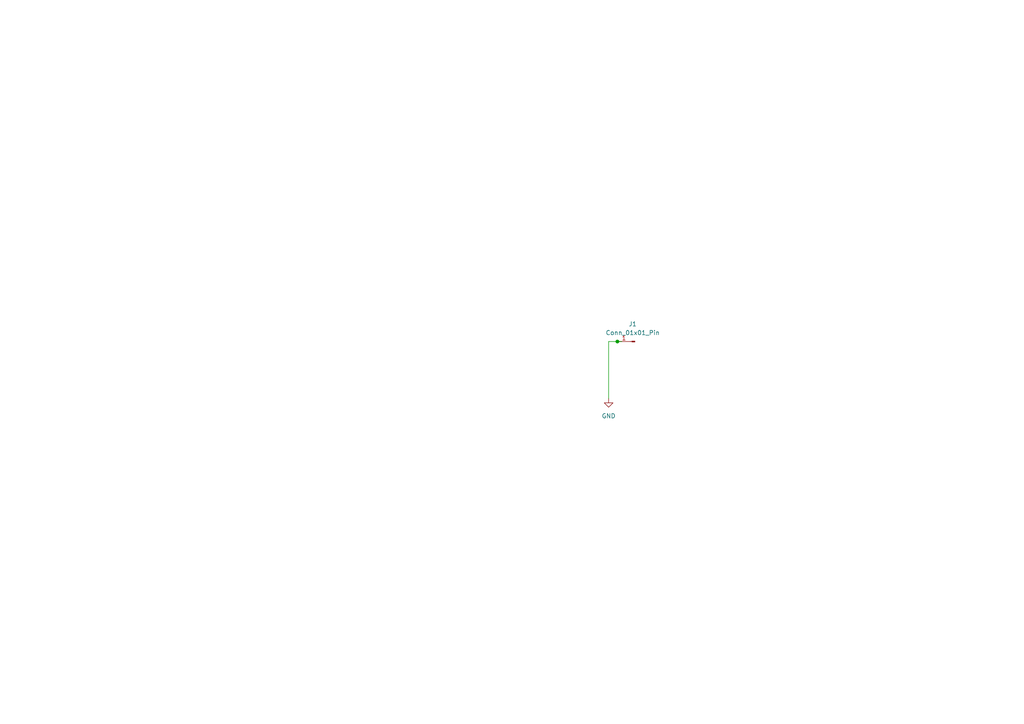
<source format=kicad_sch>
(kicad_sch (version 20230121) (generator eeschema)
  (paper "A4")
  (lib_symbols
    (symbol "Connector:Conn_01x01_Pin" (pin_names (offset 1.016) hide)
      (property "Reference" "J" (at 0 2.54 0))
      (property "Value" "Conn_01x01_Pin" (at 0 -2.54 0))
      (symbol "Conn_01x01_Pin_1_1"
        (polyline (pts (xy 1.27 0) (xy 0.8636 0)) (stroke (width 0.1524)))
        (rectangle (start 0.8636 0.127) (end 0 -0.127) (stroke (width 0.1524)) (fill (type outline)))
        (pin passive line (at 5.08 0 180) (length 3.81) (name "Pin_1") (number "1"))
      )
    )
    (symbol "power:GND" (power) (pin_names (offset 0))
      (property "Value" "GND" (at 0 -3.81 0))
      (symbol "GND_0_1"
        (polyline (pts (xy 0 0) (xy 0 -1.27) (xy 1.27 -1.27) (xy 0 -2.54) (xy -1.27 -1.27) (xy 0 -1.27)))
      )
      (symbol "GND_1_1"
        (pin power_in line (at 0 0 270) (length 0) hide (name "GND") (number "1"))
      )
    )
  )
  (junction (at 179.07 99.06))
  (wire (pts (xy 179.07 99.06) (xy 180.34 99.06)))
  (wire (pts (xy 176.53 99.06) (xy 176.53 115.57)))
  (wire (pts (xy 176.53 99.06) (xy 179.07 99.06)))
  (symbol (lib_id "power:GND") (at 176.53 115.57 0) (unit 1)
    (property "Reference" "#PWR01" (effects hide))
    (property "Value" "GND" (at 176.53 120.65 0))
  )
  (symbol (lib_id "Connector:Conn_01x01_Pin") (at 184.15 99.06 180) (unit 1)
    (property "Reference" "J1" (at 183.515 93.98 0))
    (property "Value" "Conn_01x01_Pin" (at 183.515 96.52 0))
  )
)
</source>
